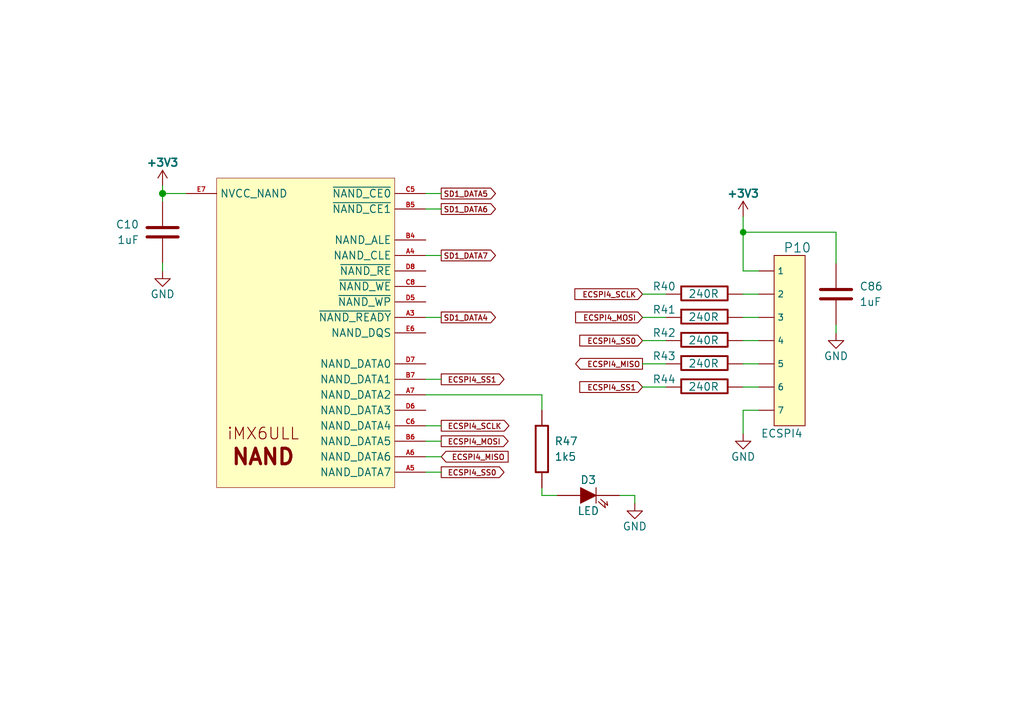
<source format=kicad_sch>
(kicad_sch (version 20210621) (generator eeschema)
  (paper "User" 167.996 118.415)
  (title_block (title "iMX6ULL Compute Module & Base Board") (date "2021-03-23") (rev "1.0") (company "AHSA Elektronik"))
  (lib_symbols
    (symbol "abdullah:+3.3V" (power) (pin_names (offset 0))
      (property "Value" "+3.3V" (at 0 3.81 0))
      (symbol "+3.3V_0_1"
        (polyline (pts (xy -0.762 1.27) (xy 0 2.54)))
        (polyline (pts (xy 0 0) (xy 0 2.54)))
        (polyline (pts (xy 0 2.54) (xy 0.762 1.27)))
      )
      (symbol "+3.3V_1_1"
        (pin power_in line (at 0 0 90) (length 0) hide (name "+3V3") (number "1"))
      )
    )
    (symbol "abdullah:C-vert" (pin_numbers hide) (pin_names (offset 0.254))
      (property "Reference" "C" (at 3.81 1.27 0))
      (property "Value" "C-vert" (at 3.81 -1.27 0))
      (symbol "C-vert_0_1"
        (polyline (pts (xy -2.54 -0.762) (xy 2.54 -0.762)) (stroke (width 0.508)))
        (polyline (pts (xy -2.54 0.762) (xy 2.54 0.762)) (stroke (width 0.508)))
      )
      (symbol "C-vert_1_1"
        (pin passive line (at 0 5.08 270) (length 4.318) (name "~") (number "1"))
        (pin passive line (at 0 -5.08 90) (length 4.318) (name "~") (number "2"))
      )
    )
    (symbol "abdullah:CONNECTOR-7" (pin_numbers hide)
      (property "Reference" "P" (at -1.27 15.24 0))
      (property "Value" "CONNECTOR-7" (at -3.81 1.27 90))
      (symbol "CONNECTOR-7_0_0"
        (pin bidirectional line (at 5.08 -3.81 180) (length 2.54) (name "5") (number "5"))
      )
      (symbol "CONNECTOR-7_0_1"
        (rectangle (start 2.54 13.97) (end -2.54 -13.97) (fill (type background)))
      )
      (symbol "CONNECTOR-7_1_1"
        (pin bidirectional line (at 5.08 11.43 180) (length 2.54) (name "1") (number "1"))
        (pin bidirectional line (at 5.08 7.62 180) (length 2.54) (name "2") (number "2"))
        (pin bidirectional line (at 5.08 3.81 180) (length 2.54) (name "3") (number "3"))
        (pin bidirectional line (at 5.08 0 180) (length 2.54) (name "4") (number "4"))
        (pin input line (at 5.08 -7.62 180) (length 2.54) (name "6") (number "6"))
        (pin input line (at 5.08 -11.43 180) (length 2.54) (name "7") (number "7"))
      )
    )
    (symbol "abdullah:GND" (power) (pin_names (offset 0))
      (property "Value" "GND" (at 0 -3.81 0))
      (symbol "GND_0_1"
        (polyline (pts (xy 0 0) (xy 0 -1.27) (xy 1.27 -1.27) (xy 0 -2.54) (xy -1.27 -1.27) (xy 0 -1.27)))
      )
      (symbol "GND_1_1"
        (pin power_in line (at 0 0 270) (length 0) hide (name "GND") (number "1"))
      )
    )
    (symbol "abdullah:LED" (pin_numbers hide) (pin_names hide)
      (property "Reference" "D" (at 0 2.54 0))
      (property "Value" "LED" (at 0 -2.54 0))
      (symbol "LED_0_1"
        (polyline (pts (xy -1.27 1.27) (xy -1.27 -1.27)) (stroke (width 0.1524)))
        (polyline (pts (xy 1.27 1.27) (xy 1.27 -1.27)))
        (polyline (pts (xy 1.651 -1.016) (xy 2.794 -2.032) (xy 2.667 -1.397)))
        (polyline (pts (xy 2.032 -0.635) (xy 3.175 -1.651) (xy 3.048 -1.016)))
        (polyline (pts (xy -1.27 1.27) (xy 1.27 0) (xy -1.27 -1.27)) (fill (type outline)))
      )
      (symbol "LED_1_1"
        (pin passive line (at -5.08 0 0) (length 3.81) (name "A") (number "1"))
        (pin passive line (at 5.08 0 180) (length 3.81) (name "K") (number "2"))
      )
    )
    (symbol "abdullah:R-hrz" (pin_numbers hide) (pin_names (offset 0))
      (property "Reference" "R" (at 0.254 2.54 0))
      (property "Value" "R-hrz" (at 0.127 -2.54 0))
      (symbol "R-hrz_0_1"
        (rectangle (start -3.81 -1.016) (end 3.81 1.27) (stroke (width 0.3048)))
      )
      (symbol "R-hrz_1_1"
        (pin passive line (at -6.35 0 0) (length 2.54) (name "~") (number "1"))
        (pin passive line (at 6.35 0 180) (length 2.54) (name "~") (number "2"))
      )
    )
    (symbol "abdullah:R-vert" (pin_numbers hide) (pin_names (offset 0))
      (property "Reference" "R" (at 2.032 1.27 0))
      (property "Value" "R-vert" (at 2.032 -1.27 0))
      (symbol "R-vert_0_1"
        (rectangle (start -1.016 3.81) (end 1.016 -3.81) (stroke (width 0.3048)))
      )
      (symbol "R-vert_1_1"
        (pin passive line (at 0 6.35 270) (length 2.54) (name "~") (number "1"))
        (pin passive line (at 0 -6.35 90) (length 2.54) (name "~") (number "2"))
      )
    )
    (symbol "abdullah:iMX6ULL_3"
      (symbol "iMX6ULL_3_1_1"
        (text "iMX6ULL" (at 0 -52.07 0) (effects (font (size 3.81 3.81))))
        (text "POWER" (at 0 -60.96 0) (effects (font (size 5.08 5.08) bold)))
        (rectangle (start -25.4 58.42) (end 26.67 -71.12) (stroke (width 0.0006)) (fill (type background)))
        (pin unspecified line (at -30.48 -12.7 0) (length 5.08) (name "VSS1") (number "A1"))
        (pin unspecified line (at -30.48 -15.24 0) (length 5.08) (name "VSS2") (number "A17"))
        (pin unspecified line (at -30.48 -22.86 0) (length 5.08) (name "VSS5") (number "C11"))
        (pin unspecified line (at -30.48 -25.4 0) (length 5.08) (name "VSS6") (number "C15"))
        (pin unspecified line (at -30.48 -17.78 0) (length 5.08) (name "VSS3") (number "C3"))
        (pin unspecified line (at -30.48 -20.32 0) (length 5.08) (name "VSS4") (number "C7"))
        (pin unspecified line (at -30.48 -30.48 0) (length 5.08) (name "VSS8") (number "E11"))
        (pin unspecified line (at -30.48 -27.94 0) (length 5.08) (name "VSS7") (number "E8"))
        (pin unspecified line (at -30.48 -43.18 0) (length 5.08) (name "VSS13") (number "F10"))
        (pin unspecified line (at -30.48 -45.72 0) (length 5.08) (name "VSS14") (number "F11"))
        (pin unspecified line (at -30.48 -48.26 0) (length 5.08) (name "VSS15") (number "F12"))
        (pin unspecified line (at -30.48 -33.02 0) (length 5.08) (name "VSS9") (number "F6"))
        (pin unspecified line (at -30.48 -35.56 0) (length 5.08) (name "VSS10") (number "F7"))
        (pin unspecified line (at -30.48 -38.1 0) (length 5.08) (name "VSS11") (number "F8"))
        (pin unspecified line (at -30.48 -40.64 0) (length 5.08) (name "VSS12") (number "F9"))
        (pin unspecified line (at 31.75 53.34 180) (length 5.08) (name "VDD_ARM_CAP_2") (number "G10"))
        (pin unspecified line (at 31.75 50.8 180) (length 5.08) (name "VDD_ARM_CAP_3") (number "G11"))
        (pin unspecified line (at -30.48 -58.42 0) (length 5.08) (name "VSS19") (number "G12"))
        (pin unspecified line (at -30.48 -60.96 0) (length 5.08) (name "VSS20") (number "G15"))
        (pin unspecified line (at -30.48 -50.8 0) (length 5.08) (name "VSS16") (number "G3"))
        (pin unspecified line (at -30.48 -53.34 0) (length 5.08) (name "VSS17") (number "G5"))
        (pin unspecified line (at -30.48 -55.88 0) (length 5.08) (name "VSS18") (number "G7"))
        (pin unspecified line (at 31.75 43.18 180) (length 5.08) (name "VDD_SOC_CAP1") (number "G8"))
        (pin unspecified line (at 31.75 55.88 180) (length 5.08) (name "VDD_ARM_CAP_1") (number "G9"))
        (pin unspecified line (at -30.48 40.64 0) (length 5.08) (name "VDD_SOC_IN2") (number "H10"))
        (pin unspecified line (at 31.75 48.26 180) (length 5.08) (name "VDD_ARM_CAP_4") (number "H11"))
        (pin unspecified line (at -30.48 -66.04 0) (length 5.08) (name "VSS22") (number "H12"))
        (pin unspecified line (at -30.48 -63.5 0) (length 5.08) (name "VSS21") (number "H7"))
        (pin unspecified line (at 31.75 40.64 180) (length 5.08) (name "VDD_SOC_CAP2") (number "H8"))
        (pin unspecified line (at -30.48 43.18 0) (length 5.08) (name "VDD_SOC_IN1") (number "H9"))
        (pin unspecified line (at -30.48 35.56 0) (length 5.08) (name "VDD_SOC_IN4") (number "J10"))
        (pin unspecified line (at 31.75 35.56 180) (length 5.08) (name "VDD_SOC_CAP4") (number "J11"))
        (pin unspecified line (at 31.75 -66.04 180) (length 5.08) (name "VSS25") (number "J12"))
        (pin unspecified line (at -30.48 -68.58 0) (length 5.08) (name "VSS23") (number "J5"))
        (pin unspecified line (at 31.75 -68.58 180) (length 5.08) (name "VSS24") (number "J7"))
        (pin unspecified line (at 31.75 38.1 180) (length 5.08) (name "VDD_SOC_CAP3") (number "J8"))
        (pin unspecified line (at -30.48 38.1 0) (length 5.08) (name "VDD_SOC_IN3") (number "J9"))
        (pin unspecified line (at -30.48 30.48 0) (length 5.08) (name "VDD_SOC_IN6") (number "K10"))
        (pin unspecified line (at 31.75 30.48 180) (length 5.08) (name "VDD_SOC_CAP6") (number "K11"))
        (pin unspecified line (at 31.75 -60.96 180) (length 5.08) (name "VSS27") (number "K12"))
        (pin unspecified line (at 31.75 -63.5 180) (length 5.08) (name "VSS26") (number "K7"))
        (pin unspecified line (at 31.75 33.02 180) (length 5.08) (name "VDD_SOC_CAP5") (number "K8"))
        (pin unspecified line (at -30.48 33.02 0) (length 5.08) (name "VDD_SOC_IN5") (number "K9"))
        (pin unspecified line (at 31.75 22.86 180) (length 5.08) (name "VDD_SOC_CAP9") (number "L10"))
        (pin unspecified line (at 31.75 20.32 180) (length 5.08) (name "VDD_SOC_CAP10") (number "L11"))
        (pin unspecified line (at 31.75 -53.34 180) (length 5.08) (name "VSS30") (number "L12"))
        (pin unspecified line (at 31.75 -58.42 180) (length 5.08) (name "VSS28") (number "L3"))
        (pin unspecified line (at 31.75 -55.88 180) (length 5.08) (name "VSS29") (number "L7"))
        (pin unspecified line (at 31.75 27.94 180) (length 5.08) (name "VDD_SOC_CAP7") (number "L8"))
        (pin unspecified line (at 31.75 25.4 180) (length 5.08) (name "VDD_SOC_CAP8") (number "L9"))
        (pin unspecified line (at 31.75 -43.18 180) (length 5.08) (name "VSS34") (number "M10"))
        (pin unspecified line (at 31.75 -40.64 180) (length 5.08) (name "VSS35") (number "M11"))
        (pin unspecified line (at -30.48 -10.16 0) (length 5.08) (name "NGND_KEL0") (number "M12"))
        (pin unspecified line (at 31.75 -50.8 180) (length 5.08) (name "VSS31") (number "M7"))
        (pin unspecified line (at 31.75 -48.26 180) (length 5.08) (name "VSS32") (number "M8"))
        (pin unspecified line (at 31.75 -45.72 180) (length 5.08) (name "VSS33") (number "M9"))
        (pin unspecified line (at 31.75 -1.27 180) (length 5.08) (name "VDD_SNVS_CAP") (number "N12"))
        (pin unspecified line (at -30.48 13.97 0) (length 5.08) (name "VDD_HIGH_IN") (number "N13"))
        (pin unspecified line (at 31.75 -38.1 180) (length 5.08) (name "VSS36") (number "N3"))
        (pin unspecified line (at 31.75 -35.56 180) (length 5.08) (name "VSS37") (number "N5"))
        (pin unspecified line (at -30.48 3.81 0) (length 5.08) (name "VDD_SNVS_IN") (number "P12"))
        (pin unspecified line (at 31.75 3.81 180) (length 5.08) (name "NVCC_PLL") (number "P13"))
        (pin unspecified line (at 31.75 -25.4 180) (length 5.08) (name "VSS41") (number "R11"))
        (pin unspecified line (at 31.75 13.97 180) (length 5.08) (name "VDD_HIGH_CAP1") (number "R14"))
        (pin unspecified line (at 31.75 11.43 180) (length 5.08) (name "VDD_HIGH_CAP2") (number "R15"))
        (pin unspecified line (at 31.75 -22.86 180) (length 5.08) (name "VSS42") (number "R16"))
        (pin unspecified line (at 31.75 -20.32 180) (length 5.08) (name "VSS43") (number "R17"))
        (pin unspecified line (at 31.75 -33.02 180) (length 5.08) (name "VSS38") (number "R3"))
        (pin unspecified line (at 31.75 -30.48 180) (length 5.08) (name "VSS39") (number "R5"))
        (pin unspecified line (at 31.75 -27.94 180) (length 5.08) (name "VSS40") (number "R7"))
        (pin unspecified line (at 31.75 -17.78 180) (length 5.08) (name "VSS44") (number "T14"))
        (pin unspecified line (at 31.75 -15.24 180) (length 5.08) (name "VSS45") (number "U1"))
        (pin unspecified line (at 31.75 -12.7 180) (length 5.08) (name "VSS46") (number "U14"))
        (pin unspecified line (at 31.75 -10.16 180) (length 5.08) (name "VSS47") (number "U17"))
      )
      (symbol "iMX6ULL_3_2_1"
        (text "DRAM" (at 1.27 33.02 0) (effects (font (size 5.08 5.08) bold)))
        (text "iMX6ULL" (at 1.27 41.91 0) (effects (font (size 3.81 3.81))))
        (rectangle (start -29.21 48.26) (end 30.48 -54.61) (stroke (width 0.0006)) (fill (type background)))
        (pin unspecified line (at 35.56 -17.78 180) (length 5.08) (name "DRAM_ODT1") (number "F1"))
        (pin unspecified line (at -34.29 10.16 0) (length 5.08) (name "DRAM_ADDR14") (number "G1"))
        (pin unspecified line (at -34.29 30.48 0) (length 5.08) (name "DRAM_ADDR6") (number "G2"))
        (pin unspecified line (at -34.29 -39.37 0) (length 5.08) (name "DRAM_RESET") (number "G4"))
        (pin unspecified line (at 35.56 -39.37 180) (length 5.08) (name "NVCC_DRAM1") (number "G6"))
        (pin unspecified line (at -34.29 -5.08 0) (length 5.08) (name "DRAM_SDBA1") (number "H1"))
        (pin unspecified line (at -34.29 43.18 0) (length 5.08) (name "DRAM_ADDR1") (number "H2"))
        (pin unspecified line (at -34.29 12.7 0) (length 5.08) (name "DRAM_ADDR13") (number "H3"))
        (pin unspecified line (at -34.29 27.94 0) (length 5.08) (name "DRAM_ADDR7") (number "H4"))
        (pin unspecified line (at -34.29 -16.51 0) (length 5.08) (name "~{DRAM_CS1}") (number "H5"))
        (pin unspecified line (at 35.56 -41.91 180) (length 5.08) (name "NVCC_DRAM2") (number "H6"))
        (pin unspecified line (at -34.29 -26.67 0) (length 5.08) (name "~{DRAM_SDWE}") (number "J1"))
        (pin unspecified line (at -34.29 -24.13 0) (length 5.08) (name "~{DRAM_CAS}") (number "J2"))
        (pin unspecified line (at 35.56 -27.94 180) (length 5.08) (name "DRAM_SDCKE1") (number "J3"))
        (pin unspecified line (at -34.29 25.4 0) (length 5.08) (name "DRAM_ADDR8") (number "J4"))
        (pin unspecified line (at 35.56 -44.45 180) (length 5.08) (name "NVCC_DRAM3") (number "J6"))
        (pin unspecified line (at -34.29 40.64 0) (length 5.08) (name "DRAM_ADDR2") (number "K1"))
        (pin unspecified line (at -34.29 -7.62 0) (length 5.08) (name "DRAM_SDBA2") (number "K2"))
        (pin unspecified line (at -34.29 17.78 0) (length 5.08) (name "DRAM_ADDR11") (number "K3"))
        (pin unspecified line (at -34.29 35.56 0) (length 5.08) (name "DRAM_ADDR4") (number "K4"))
        (pin unspecified line (at -34.29 7.62 0) (length 5.08) (name "DRAM_ADDR15") (number "K5"))
        (pin unspecified line (at 35.56 -46.99 180) (length 5.08) (name "NVCC_DRAM4") (number "K6"))
        (pin unspecified line (at -34.29 33.02 0) (length 5.08) (name "DRAM_ADDR5") (number "L1"))
        (pin unspecified line (at -34.29 22.86 0) (length 5.08) (name "DRAM_ADDR9") (number "L2"))
        (pin unspecified line (at -34.29 15.24 0) (length 5.08) (name "DRAM_ADDR12") (number "L4"))
        (pin unspecified line (at -34.29 45.72 0) (length 5.08) (name "DRAM_ADDR0") (number "L5"))
        (pin unspecified line (at 35.56 -49.53 180) (length 5.08) (name "NVCC_DRAM5") (number "L6"))
        (pin unspecified line (at -34.29 -2.54 0) (length 5.08) (name "DRAM_SDBA0") (number "M1"))
        (pin unspecified line (at -34.29 38.1 0) (length 5.08) (name "DRAM_ADDR3") (number "M2"))
        (pin unspecified line (at 35.56 -30.48 180) (length 5.08) (name "DRAM_SDCKE0") (number "M3"))
        (pin unspecified line (at -34.29 20.32 0) (length 5.08) (name "DRAM_ADDR10") (number "M4"))
        (pin unspecified line (at -34.29 -21.59 0) (length 5.08) (name "~{DRAM_RAS}") (number "M5"))
        (pin unspecified line (at 35.56 -52.07 180) (length 5.08) (name "NVCC_DRAM6") (number "M6"))
        (pin unspecified line (at 35.56 -20.32 180) (length 5.08) (name "DRAM_ODT0") (number "N1"))
        (pin unspecified line (at -34.29 -13.97 0) (length 5.08) (name "~{DRAM_CS0}") (number "N2"))
        (pin unspecified line (at -34.29 -44.45 0) (length 5.08) (name "DRAM_ZQPAD") (number "N4"))
        (pin unspecified line (at -34.29 -48.26 0) (length 5.08) (name "NVCC_DRAM_2P5") (number "N6"))
        (pin unspecified line (at -34.29 -31.75 0) (length 5.08) (name "DRAM_SDCLK0_P") (number "P1"))
        (pin unspecified line (at -34.29 -34.29 0) (length 5.08) (name "DRAM_SDCLK0_N") (number "P2"))
        (pin unspecified line (at 35.56 2.54 180) (length 5.08) (name "DRAM_DATA13") (number "P3"))
        (pin unspecified line (at -34.29 -52.07 0) (length 5.08) (name "DRAM_VREF") (number "P4"))
        (pin unspecified line (at 35.56 5.08 180) (length 5.08) (name "DRAM_DATA12") (number "P5"))
        (pin unspecified line (at 35.56 25.4 180) (length 5.08) (name "DRAM_SDQS0_P") (number "P6"))
        (pin unspecified line (at 35.56 22.86 180) (length 5.08) (name "DRAM_SDQS0_N") (number "P7"))
        (pin unspecified line (at 35.56 -2.54 180) (length 5.08) (name "DRAM_DATA15") (number "R1"))
        (pin unspecified line (at 35.56 0 180) (length 5.08) (name "DRAM_DATA14") (number "R2"))
        (pin unspecified line (at 35.56 7.62 180) (length 5.08) (name "DRAM_DATA11") (number "R4"))
        (pin unspecified line (at 35.56 -5.08 180) (length 5.08) (name "DRAM_SDQS1_P") (number "T1"))
        (pin unspecified line (at 35.56 -7.62 180) (length 5.08) (name "DRAM_SDQS1_N") (number "T2"))
        (pin unspecified line (at 35.56 -10.16 180) (length 5.08) (name "DRAM_DQM1") (number "T3"))
        (pin unspecified line (at 35.56 45.72 180) (length 5.08) (name "DRAM_DATA0") (number "T4"))
        (pin unspecified line (at 35.56 30.48 180) (length 5.08) (name "DRAM_DATA6") (number "T5"))
        (pin unspecified line (at 35.56 40.64 180) (length 5.08) (name "DRAM_DATA2") (number "T6"))
        (pin unspecified line (at 35.56 20.32 180) (length 5.08) (name "DRAM_DQM0") (number "T7"))
        (pin unspecified line (at 35.56 33.02 180) (length 5.08) (name "DRAM_DATA5") (number "T8"))
        (pin unspecified line (at 35.56 15.24 180) (length 5.08) (name "DRAM_DATA8") (number "U2"))
        (pin unspecified line (at 35.56 12.7 180) (length 5.08) (name "DRAM_DATA9") (number "U3"))
        (pin unspecified line (at 35.56 27.94 180) (length 5.08) (name "DRAM_DATA7") (number "U4"))
        (pin unspecified line (at 35.56 10.16 180) (length 5.08) (name "DRAM_DATA10") (number "U5"))
        (pin unspecified line (at 35.56 43.18 180) (length 5.08) (name "DRAM_DATA1") (number "U6"))
        (pin unspecified line (at 35.56 38.1 180) (length 5.08) (name "DRAM_DATA3") (number "U7"))
        (pin unspecified line (at 35.56 35.56 180) (length 5.08) (name "DRAM_DATA4") (number "U8"))
      )
      (symbol "iMX6ULL_3_3_1"
        (text "iMX6ULL" (at -6.35 -19.05 0) (effects (font (size 1.905 1.905))))
        (text "NAND" (at -6.35 -22.86 0) (effects (font (size 2.54 2.54) bold)))
        (rectangle (start -13.97 22.86) (end 15.24 -27.94) (stroke (width 0.0006)) (fill (type background)))
        (pin unspecified line (at 20.32 0 180) (length 5.08) (name "~{NAND_READY}") (number "A3"))
        (pin unspecified line (at 20.32 10.16 180) (length 5.08) (name "NAND_CLE") (number "A4"))
        (pin unspecified line (at 20.32 -25.4 180) (length 5.08) (name "NAND_DATA7") (number "A5"))
        (pin unspecified line (at 20.32 -22.86 180) (length 5.08) (name "NAND_DATA6") (number "A6"))
        (pin unspecified line (at 20.32 -12.7 180) (length 5.08) (name "NAND_DATA2") (number "A7"))
        (pin unspecified line (at 20.32 12.7 180) (length 5.08) (name "NAND_ALE") (number "B4"))
        (pin unspecified line (at 20.32 17.78 180) (length 5.08) (name "~{NAND_CE1}") (number "B5"))
        (pin unspecified line (at 20.32 -20.32 180) (length 5.08) (name "NAND_DATA5") (number "B6"))
        (pin unspecified line (at 20.32 -10.16 180) (length 5.08) (name "NAND_DATA1") (number "B7"))
        (pin unspecified line (at 20.32 20.32 180) (length 5.08) (name "~{NAND_CE0}") (number "C5"))
        (pin unspecified line (at 20.32 -17.78 180) (length 5.08) (name "NAND_DATA4") (number "C6"))
        (pin unspecified line (at 20.32 5.08 180) (length 5.08) (name "~{NAND_WE}") (number "C8"))
        (pin unspecified line (at 20.32 2.54 180) (length 5.08) (name "~{NAND_WP}") (number "D5"))
        (pin unspecified line (at 20.32 -15.24 180) (length 5.08) (name "NAND_DATA3") (number "D6"))
        (pin unspecified line (at 20.32 -7.62 180) (length 5.08) (name "NAND_DATA0") (number "D7"))
        (pin unspecified line (at 20.32 7.62 180) (length 5.08) (name "~{NAND_RE}") (number "D8"))
        (pin unspecified line (at 20.32 -2.54 180) (length 5.08) (name "NAND_DQS") (number "E6"))
        (pin unspecified line (at -19.05 20.32 0) (length 5.08) (name "NVCC_NAND") (number "E7"))
      )
      (symbol "iMX6ULL_3_4_1"
        (text "CSI" (at -6.35 -16.51 0) (effects (font (size 2.54 2.54) bold)))
        (text "iMX6ULL" (at -6.35 -12.7 0) (effects (font (size 1.651 1.651))))
        (rectangle (start -12.7 17.78) (end 11.43 -20.32) (stroke (width 0.0006)) (fill (type background)))
        (pin unspecified line (at 16.51 -17.78 180) (length 5.08) (name "CSI_DATA7") (number "D1"))
        (pin unspecified line (at 16.51 -15.24 180) (length 5.08) (name "CSI_DATA6") (number "D2"))
        (pin unspecified line (at 16.51 -12.7 180) (length 5.08) (name "CSI_DATA5") (number "D3"))
        (pin unspecified line (at 16.51 -10.16 180) (length 5.08) (name "CSI_DATA4") (number "D4"))
        (pin unspecified line (at 16.51 -7.62 180) (length 5.08) (name "CSI_DATA3") (number "E1"))
        (pin unspecified line (at 16.51 -5.08 180) (length 5.08) (name "CSI_DATA2") (number "E2"))
        (pin unspecified line (at 16.51 -2.54 180) (length 5.08) (name "CSI_DATA1") (number "E3"))
        (pin unspecified line (at 16.51 0 180) (length 5.08) (name "CSI_DATA0") (number "E4"))
        (pin unspecified line (at 16.51 12.7 180) (length 5.08) (name "CSI_PIXCLK") (number "E5"))
        (pin unspecified line (at 16.51 7.62 180) (length 5.08) (name "CSI_VSYNC") (number "F2"))
        (pin unspecified line (at 16.51 5.08 180) (length 5.08) (name "CSI_HSYNC") (number "F3"))
        (pin unspecified line (at -17.78 15.24 0) (length 5.08) (name "NVCC_CSI") (number "F4"))
        (pin unspecified line (at 16.51 15.24 180) (length 5.08) (name "CSI_MCLK") (number "F5"))
      )
      (symbol "iMX6ULL_3_5_1"
        (text "GPIO" (at -5.08 -10.16 0) (effects (font (size 2.54 2.54) bold)))
        (text "iMX6ULL" (at -5.08 -6.35 0) (effects (font (size 1.651 1.651))))
        (rectangle (start -13.97 12.7) (end 15.24 -15.24) (stroke (width 0.0006)) (fill (type background)))
        (pin unspecified line (at -19.05 10.16 0) (length 5.08) (name "NVCC_GPIO") (number "J13"))
        (pin unspecified line (at 20.32 10.16 180) (length 5.08) (name "GPIO1_IO0") (number "K13"))
        (pin unspecified line (at 20.32 -5.08 180) (length 5.08) (name "GPIO1_IO6") (number "K17"))
        (pin unspecified line (at 20.32 5.08 180) (length 5.08) (name "GPIO1_IO2") (number "L14"))
        (pin unspecified line (at 20.32 7.62 180) (length 5.08) (name "GPIO1_IO1") (number "L15"))
        (pin unspecified line (at 20.32 -7.62 180) (length 5.08) (name "GPIO1_IO7") (number "L16"))
        (pin unspecified line (at 20.32 2.54 180) (length 5.08) (name "GPIO1_IO3") (number "L17"))
        (pin unspecified line (at 20.32 -12.7 180) (length 5.08) (name "GPIO1_IO9") (number "M15"))
        (pin unspecified line (at 20.32 0 180) (length 5.08) (name "GPIO1_IO4") (number "M16"))
        (pin unspecified line (at 20.32 -2.54 180) (length 5.08) (name "GPIO1_IO5") (number "M17"))
        (pin unspecified line (at 20.32 -10.16 180) (length 5.08) (name "GPIO1_IO8") (number "N17"))
      )
      (symbol "iMX6ULL_3_6_1"
        (text "ETHERNET" (at -7.62 -21.59 0) (effects (font (size 2.54 2.54) bold)))
        (text "iMX6ULL" (at -7.62 -17.78 0) (effects (font (size 1.651 1.651))))
        (rectangle (start -19.05 20.32) (end 21.59 -25.4) (stroke (width 0.0006)) (fill (type background)))
        (pin unspecified line (at 26.67 -5.08 180) (length 5.08) (name "ENET2_TX_DATA0") (number "A15"))
        (pin unspecified line (at 26.67 -7.62 180) (length 5.08) (name "ENET2_TX_DATA1") (number "A16"))
        (pin unspecified line (at 26.67 -10.16 180) (length 5.08) (name "ENET2_TX_EN") (number "B15"))
        (pin unspecified line (at 26.67 -22.86 180) (length 5.08) (name "ENET2_RX_EN") (number "B17"))
        (pin unspecified line (at 26.67 -17.78 180) (length 5.08) (name "ENET2_RX_DATA1") (number "C16"))
        (pin unspecified line (at 26.67 -15.24 180) (length 5.08) (name "ENET2_RX_DATA0") (number "C17"))
        (pin unspecified line (at 26.67 2.54 180) (length 5.08) (name "ENET1_RX_ER") (number "D15"))
        (pin unspecified line (at 26.67 -20.32 180) (length 5.08) (name "ENET2_RX_ER") (number "D16"))
        (pin unspecified line (at 26.67 -12.7 180) (length 5.08) (name "ENET2_TX_CLK") (number "D17"))
        (pin unspecified line (at 26.67 15.24 180) (length 5.08) (name "ENET1_TX_DATA1") (number "E14"))
        (pin unspecified line (at 26.67 17.78 180) (length 5.08) (name "ENET1_TX_DATA0") (number "E15"))
        (pin unspecified line (at 26.67 0 180) (length 5.08) (name "ENET1_RX_EN") (number "E16"))
        (pin unspecified line (at 26.67 5.08 180) (length 5.08) (name "ENET1_RX_DATA1") (number "E17"))
        (pin unspecified line (at -24.13 17.78 0) (length 5.08) (name "NVCC_ENET") (number "F13"))
        (pin unspecified line (at 26.67 10.16 180) (length 5.08) (name "ENET1_TX_CLK") (number "F14"))
        (pin unspecified line (at 26.67 12.7 180) (length 5.08) (name "ENET1_TX_EN") (number "F15"))
        (pin unspecified line (at 26.67 7.62 180) (length 5.08) (name "ENET1_RX_DATA0") (number "F16"))
      )
      (symbol "iMX6ULL_3_7_1"
        (text "iMX6ULL" (at -3.81 -66.04 0) (effects (font (size 1.905 1.905))))
        (text "LCD" (at -3.81 -71.12 0) (effects (font (size 3.81 3.81) bold)))
        (rectangle (start 22.86 2.54) (end -12.7 -76.2) (stroke (width 0.0006)) (fill (type background)))
        (pin unspecified line (at 27.94 -30.48 180) (length 5.08) (name "LCD_DATA6") (number "A10"))
        (pin unspecified line (at 27.94 -38.1 180) (length 5.08) (name "LCD_DATA9") (number "A11"))
        (pin unspecified line (at 27.94 -50.8 180) (length 5.08) (name "LCD_DATA14") (number "A12"))
        (pin unspecified line (at 27.94 -60.96 180) (length 5.08) (name "LCD_DATA18") (number "A13"))
        (pin unspecified line (at 27.94 -71.12 180) (length 5.08) (name "LCD_DATA22") (number "A14"))
        (pin unspecified line (at 27.94 0 180) (length 5.08) (name "LCD_CLK") (number "A8"))
        (pin unspecified line (at 27.94 -17.78 180) (length 5.08) (name "LCD_DATA1") (number "A9"))
        (pin unspecified line (at 27.94 -27.94 180) (length 5.08) (name "LCD_DATA5") (number "B10"))
        (pin unspecified line (at 27.94 -35.56 180) (length 5.08) (name "LCD_DATA8") (number "B11"))
        (pin unspecified line (at 27.94 -48.26 180) (length 5.08) (name "LCD_DATA13") (number "B12"))
        (pin unspecified line (at 27.94 -58.42 180) (length 5.08) (name "LCD_DATA17") (number "B13"))
        (pin unspecified line (at 27.94 -68.58 180) (length 5.08) (name "LCD_DATA21") (number "B14"))
        (pin unspecified line (at 27.94 -73.66 180) (length 5.08) (name "LCD_DATA23") (number "B16"))
        (pin unspecified line (at 27.94 -3.81 180) (length 5.08) (name "LCD_ENABLE") (number "B8"))
        (pin unspecified line (at 27.94 -15.24 180) (length 5.08) (name "LCD_DATA0") (number "B9"))
        (pin unspecified line (at 27.94 -25.4 180) (length 5.08) (name "LCD_DATA4") (number "C10"))
        (pin unspecified line (at 27.94 -45.72 180) (length 5.08) (name "LCD_DATA12") (number "C12"))
        (pin unspecified line (at 27.94 -55.88 180) (length 5.08) (name "LCD_DATA16") (number "C13"))
        (pin unspecified line (at 27.94 -66.04 180) (length 5.08) (name "LCD_DATA20") (number "C14"))
        (pin unspecified line (at 27.94 -8.89 180) (length 5.08) (name "LCD_VSYNC") (number "C9"))
        (pin unspecified line (at 27.94 -22.86 180) (length 5.08) (name "LCD_DATA3") (number "D10"))
        (pin unspecified line (at 27.94 -33.02 180) (length 5.08) (name "LCD_DATA7") (number "D11"))
        (pin unspecified line (at 27.94 -43.18 180) (length 5.08) (name "LCD_DATA11") (number "D12"))
        (pin unspecified line (at 27.94 -53.34 180) (length 5.08) (name "LCD_DATA15") (number "D13"))
        (pin unspecified line (at 27.94 -63.5 180) (length 5.08) (name "LCD_DATA19") (number "D14"))
        (pin unspecified line (at 27.94 -6.35 180) (length 5.08) (name "LCD_HSYNC") (number "D9"))
        (pin unspecified line (at 27.94 -20.32 180) (length 5.08) (name "LCD_DATA2") (number "E10"))
        (pin unspecified line (at 27.94 -40.64 180) (length 5.08) (name "LCD_DATA10") (number "E12"))
        (pin unspecified line (at -17.78 0 0) (length 5.08) (name "NVCC_LCD") (number "E13"))
        (pin unspecified line (at 27.94 -11.43 180) (length 5.08) (name "LCD_RESET") (number "E9"))
      )
      (symbol "iMX6ULL_3_8_1"
        (text "iMX6ULL" (at -13.97 -5.08 0) (effects (font (size 1.016 1.016) bold)))
        (text "USB" (at -13.97 -7.62 0) (effects (font (size 1.905 1.905) bold)))
        (rectangle (start -19.05 12.7) (end 19.05 -10.16) (stroke (width 0.0006)) (fill (type background)))
        (pin unspecified line (at 24.13 0 180) (length 5.08) (name "VDD_USB_CAP") (number "R12"))
        (pin unspecified line (at -24.13 10.16 0) (length 5.08) (name "USB_OTG1_VBUS") (number "T12"))
        (pin unspecified line (at 24.13 -5.08 180) (length 5.08) (name "USB_OTG2_DN") (number "T13"))
        (pin unspecified line (at 24.13 10.16 180) (length 5.08) (name "USB_OTG1_DN") (number "T15"))
        (pin unspecified line (at -24.13 0 0) (length 5.08) (name "USB_OTG2_VBUS") (number "U12"))
        (pin unspecified line (at 24.13 -7.62 180) (length 5.08) (name "USB_OTG2_DP") (number "U13"))
        (pin unspecified line (at 24.13 7.62 180) (length 5.08) (name "USB_OTG1_DP") (number "U15"))
        (pin unspecified line (at 24.13 5.08 180) (length 5.08) (name "~{USB_OTG1_CHD}") (number "U16"))
      )
      (symbol "iMX6ULL_3_9_1"
        (text "iMX6ULL" (at -7.62 -2.54 0) (effects (font (size 1.651 1.651))))
        (text "SD1" (at -7.62 -6.35 0) (effects (font (size 2.54 2.54) bold)))
        (rectangle (start -13.97 8.89) (end 13.97 -10.16) (stroke (width 0.0006)) (fill (type background)))
        (pin unspecified line (at 19.05 -7.62 180) (length 5.08) (name "SD1_DATA3") (number "A2"))
        (pin unspecified line (at 19.05 -5.08 180) (length 5.08) (name "SD1_DATA2") (number "B1"))
        (pin unspecified line (at 19.05 -2.54 180) (length 5.08) (name "SD1_DATA1") (number "B2"))
        (pin unspecified line (at 19.05 0 180) (length 5.08) (name "SD1_DATA0") (number "B3"))
        (pin unspecified line (at 19.05 6.35 180) (length 5.08) (name "SD1_CLK") (number "C1"))
        (pin unspecified line (at 19.05 3.81 180) (length 5.08) (name "SD1_CMD") (number "C2"))
        (pin unspecified line (at -19.05 6.35 0) (length 5.08) (name "NVCC_SD1") (number "C4"))
      )
      (symbol "iMX6ULL_3_10_1"
        (text "ADC" (at -19.05 -10.16 0) (effects (font (size 1.905 1.905) bold)))
        (text "iMX6ULL" (at -19.05 -7.62 0) (effects (font (size 1.016 1.016) bold)))
        (rectangle (start 0 2.54) (end -22.86 -12.7) (stroke (width 0.0006)) (fill (type background)))
        (pin unspecified line (at 5.08 0 180) (length 5.08) (name "VDDA_ADC_3P3") (number "L13"))
        (pin unspecified line (at 5.08 -6.35 180) (length 5.08) (name "ADC_VREFH") (number "M13"))
      )
      (symbol "iMX6ULL_3_11_1"
        (text "NVCC_GPIO" (at 5.08 35.56 900) (effects (font (size 1.27 1.27))))
        (text "NVCC_PLL" (at -5.08 -11.43 900) (effects (font (size 1.27 1.27))))
        (text "NVCC_UART" (at 5.08 -13.97 900) (effects (font (size 1.27 1.27))))
        (text "VDD_SNVS_CAP" (at -5.08 -25.4 900) (effects (font (size 1.27 1.27))))
        (text "VDD_SNVS_IN" (at -5.08 22.86 900) (effects (font (size 1.27 1.27))))
        (text "VDDHIGH_CAP" (at 5.08 20.32 900) (effects (font (size 1.27 1.27))))
        (text "VDDHIGH_IN" (at -5.08 -40.64 900) (effects (font (size 1.27 1.27))))
        (rectangle (start -27.94 46.99) (end 24.13 -48.26) (stroke (width 0.0006)) (fill (type background)))
        (polyline (pts (xy -22.86 -36.83) (xy -6.35 -36.83) (xy -6.35 -41.91) (xy -22.86 -41.91)) (stroke (width 0.0006)))
        (polyline (pts (xy -22.86 -21.59) (xy -6.35 -21.59) (xy -6.35 -29.21) (xy -22.86 -29.21)) (stroke (width 0.0006)))
        (polyline (pts (xy -22.86 -7.62) (xy -6.35 -7.62) (xy -6.35 -15.24) (xy -22.86 -15.24)) (stroke (width 0.0006)))
        (polyline (pts (xy -16.51 44.45) (xy -6.35 44.45) (xy -6.35 -5.08) (xy -16.51 -5.08)) (stroke (width 0.0006)))
        (polyline (pts (xy 15.24 -40.64) (xy 6.35 -40.64) (xy 6.35 11.43) (xy 15.24 11.43)) (stroke (width 0.0006)))
        (polyline (pts (xy 15.24 24.13) (xy 6.35 24.13) (xy 6.35 16.51) (xy 15.24 16.51)) (stroke (width 0.0006)))
        (polyline (pts (xy 15.24 44.45) (xy 6.35 44.45) (xy 6.35 26.67) (xy 15.24 26.67)) (stroke (width 0.0006)))
        (pin input line (at 29.21 -35.56 180) (length 5.08) (name "UART5_TX_DATA") (number "F17"))
        (pin input line (at 29.21 -38.1 180) (length 5.08) (name "UART5_RX_DATA") (number "G13"))
        (pin input line (at 29.21 -22.86 180) (length 5.08) (name "~{UART3_RTS}") (number "G14"))
        (pin input line (at 29.21 -31.75 180) (length 5.08) (name "UART4_RX_DATA") (number "G16"))
        (pin input line (at 29.21 -29.21 180) (length 5.08) (name "UART4_TX_DATA") (number "G17"))
        (pin input line (at 29.21 8.89 180) (length 5.08) (name "NVCC_UART") (number "H13"))
        (pin input line (at 29.21 -11.43 180) (length 5.08) (name "~{UART2_RTS}") (number "H14"))
        (pin input line (at 29.21 -25.4 180) (length 5.08) (name "~{UART3_CTS}") (number "H15"))
        (pin input line (at 29.21 -20.32 180) (length 5.08) (name "UART3_RX_DATA") (number "H16"))
        (pin input line (at 29.21 -17.78 180) (length 5.08) (name "UART3_TX_DATA") (number "H17"))
        (pin input line (at 29.21 0 180) (length 5.08) (name "~{UART1_RTS}") (number "J14"))
        (pin input line (at 29.21 -13.97 180) (length 5.08) (name "~{UART2_CTS}") (number "J15"))
        (pin input line (at 29.21 -8.89 180) (length 5.08) (name "UART2_RX_DATA") (number "J16"))
        (pin input line (at 29.21 -6.35 180) (length 5.08) (name "UART2_TX_DATA") (number "J17"))
        (pin input line (at 29.21 5.08 180) (length 5.08) (name "UART1_TX_DATA") (number "K14"))
        (pin input line (at 29.21 -2.54 180) (length 5.08) (name "~{UART1_CTS}") (number "K15"))
        (pin input line (at 29.21 2.54 180) (length 5.08) (name "UART1_RX_DATA") (number "K16"))
        (pin input line (at 29.21 41.91 180) (length 5.08) (name "JTAG_TCK") (number "M14"))
        (pin input line (at -33.02 8.89 0) (length 5.08) (name "SNVS_TAMPER7") (number "N10"))
        (pin input line (at -33.02 11.43 0) (length 5.08) (name "SNVS_TAMPER6") (number "N11"))
        (pin input line (at 29.21 31.75 180) (length 5.08) (name "~{JTAG_TRST}") (number "N14"))
        (pin input line (at 29.21 34.29 180) (length 5.08) (name "JTAG_TDO") (number "N15"))
        (pin input line (at 29.21 36.83 180) (length 5.08) (name "JTAG_TDI") (number "N16"))
        (pin input line (at -33.02 30.48 0) (length 5.08) (name "TEST_MODE") (number "N7"))
        (pin input line (at -33.02 13.97 0) (length 5.08) (name "SNVS_TAMPER5") (number "N8"))
        (pin input line (at -33.02 6.35 0) (length 5.08) (name "SNVS_TAMPER8") (number "N9"))
        (pin input line (at -33.02 19.05 0) (length 5.08) (name "SNVS_TAMPER3") (number "P10"))
        (pin input line (at -33.02 21.59 0) (length 5.08) (name "SNVS_TAMPER2") (number "P11"))
        (pin input line (at 29.21 39.37 180) (length 5.08) (name "JTAG_TMS") (number "P14"))
        (pin input line (at 29.21 29.21 180) (length 5.08) (name "JTAG_MOD") (number "P15"))
        (pin input line (at 29.21 21.59 180) (length 5.08) (name "CCM_CLK1_N") (number "P16"))
        (pin input line (at 29.21 19.05 180) (length 5.08) (name "CCM_CLK1_P") (number "P17"))
        (pin input line (at -33.02 39.37 0) (length 5.08) (name "~{POR}") (number "P8"))
        (pin input line (at -33.02 16.51 0) (length 5.08) (name "SNVS_TAMPER4") (number "P9"))
        (pin input line (at -33.02 26.67 0) (length 5.08) (name "SNVS_TAMPER0") (number "R10"))
        (pin input line (at -33.02 -39.37 0) (length 5.08) (name "GPANAIO") (number "R13"))
        (pin input line (at -33.02 3.81 0) (length 5.08) (name "SNVS_TAMPER9") (number "R6"))
        (pin input line (at -33.02 41.91 0) (length 5.08) (name "ONOFF") (number "R8"))
        (pin input line (at -33.02 24.13 0) (length 5.08) (name "SNVS_TAMPER1") (number "R9"))
        (pin input line (at -33.02 35.56 0) (length 5.08) (name "BOOT_MODE0") (number "T10"))
        (pin input line (at -33.02 -24.13 0) (length 5.08) (name "RTC_XTALI") (number "T11"))
        (pin input line (at -33.02 -10.16 0) (length 5.08) (name "XTALI") (number "T16"))
        (pin input line (at -33.02 -12.7 0) (length 5.08) (name "XTALO") (number "T17"))
        (pin input line (at -33.02 -2.54 0) (length 5.08) (name "SNVS_PMIC_ON_REQ") (number "T9"))
        (pin input line (at -33.02 33.02 0) (length 5.08) (name "BOOT_MODE1") (number "U10"))
        (pin input line (at -33.02 -26.67 0) (length 5.08) (name "RTC_XTALO") (number "U11"))
        (pin input line (at -33.02 0 0) (length 5.08) (name "CCM_PMIC_STBY_REQ") (number "U9"))
      )
    )
  )
  (junction (at 26.67 31.75) (diameter 1.016))
  (junction (at 121.92 38.1) (diameter 0.9144))
  (wire (pts (xy 26.67 30.48) (xy 26.67 31.75)))
  (wire (pts (xy 26.67 31.75) (xy 30.48 31.75)))
  (wire (pts (xy 26.67 33.02) (xy 26.67 31.75)))
  (wire (pts (xy 26.67 44.45) (xy 26.67 43.18)))
  (wire (pts (xy 69.85 31.75) (xy 72.39 31.75)))
  (wire (pts (xy 69.85 34.29) (xy 72.39 34.29)))
  (wire (pts (xy 69.85 41.91) (xy 72.39 41.91)))
  (wire (pts (xy 69.85 52.07) (xy 72.39 52.07)))
  (wire (pts (xy 69.85 62.23) (xy 72.39 62.23)))
  (wire (pts (xy 69.85 64.77) (xy 88.9 64.77)))
  (wire (pts (xy 69.85 69.85) (xy 72.39 69.85)))
  (wire (pts (xy 69.85 72.39) (xy 72.39 72.39)))
  (wire (pts (xy 69.85 74.93) (xy 72.39 74.93)))
  (wire (pts (xy 69.85 77.47) (xy 72.39 77.47)))
  (wire (pts (xy 88.9 64.77) (xy 88.9 67.31)))
  (wire (pts (xy 88.9 81.28) (xy 88.9 80.01)))
  (wire (pts (xy 91.44 81.28) (xy 88.9 81.28)))
  (wire (pts (xy 104.14 81.28) (xy 101.6 81.28)))
  (wire (pts (xy 104.14 82.55) (xy 104.14 81.28)))
  (wire (pts (xy 105.41 48.26) (xy 109.22 48.26)))
  (wire (pts (xy 105.41 52.07) (xy 109.22 52.07)))
  (wire (pts (xy 105.41 55.88) (xy 109.22 55.88)))
  (wire (pts (xy 105.41 59.69) (xy 109.22 59.69)))
  (wire (pts (xy 105.41 63.5) (xy 109.22 63.5)))
  (wire (pts (xy 121.92 35.56) (xy 121.92 38.1)))
  (wire (pts (xy 121.92 38.1) (xy 121.92 44.45)))
  (wire (pts (xy 121.92 38.1) (xy 137.16 38.1)))
  (wire (pts (xy 121.92 44.45) (xy 124.46 44.45)))
  (wire (pts (xy 121.92 48.26) (xy 124.46 48.26)))
  (wire (pts (xy 121.92 52.07) (xy 124.46 52.07)))
  (wire (pts (xy 121.92 55.88) (xy 124.46 55.88)))
  (wire (pts (xy 121.92 59.69) (xy 124.46 59.69)))
  (wire (pts (xy 121.92 63.5) (xy 124.46 63.5)))
  (wire (pts (xy 121.92 67.31) (xy 124.46 67.31)))
  (wire (pts (xy 121.92 71.12) (xy 121.92 67.31)))
  (wire (pts (xy 137.16 38.1) (xy 137.16 43.18)))
  (wire (pts (xy 137.16 53.34) (xy 137.16 54.61)))
  (global_label "SD1_DATA5" (shape output) (at 72.39 31.75 0) (effects (font (size 0.889 0.889))) (property "Intersheet References" "${INTERSHEET_REFS}" (effects hide)))
  (global_label "SD1_DATA6" (shape output) (at 72.39 34.29 0) (effects (font (size 0.889 0.889))) (property "Intersheet References" "${INTERSHEET_REFS}" (effects hide)))
  (global_label "SD1_DATA7" (shape output) (at 72.39 41.91 0) (effects (font (size 0.889 0.889))) (property "Intersheet References" "${INTERSHEET_REFS}" (effects hide)))
  (global_label "SD1_DATA4" (shape output) (at 72.39 52.07 0) (effects (font (size 0.889 0.889))) (property "Intersheet References" "${INTERSHEET_REFS}" (effects hide)))
  (global_label " ECSPI4_SS1" (shape output) (at 72.39 62.23 0) (effects (font (size 0.889 0.889))) (property "Intersheet References" "${INTERSHEET_REFS}" (effects hide)))
  (global_label " ECSPI4_SCLK" (shape output) (at 72.39 69.85 0) (effects (font (size 0.889 0.889))) (property "Intersheet References" "${INTERSHEET_REFS}" (effects hide)))
  (global_label " ECSPI4_MOSI" (shape output) (at 72.39 72.39 0) (effects (font (size 0.889 0.889))) (property "Intersheet References" "${INTERSHEET_REFS}" (effects hide)))
  (global_label " ECSPI4_MISO" (shape input) (at 72.39 74.93 0) (effects (font (size 0.889 0.889))) (property "Intersheet References" "${INTERSHEET_REFS}" (effects hide)))
  (global_label " ECSPI4_SS0" (shape output) (at 72.39 77.47 0) (effects (font (size 0.889 0.889))) (property "Intersheet References" "${INTERSHEET_REFS}" (effects hide)))
  (global_label " ECSPI4_SCLK" (shape input) (at 105.41 48.26 180) (effects (font (size 0.889 0.889))) (property "Intersheet References" "${INTERSHEET_REFS}" (effects hide)))
  (global_label " ECSPI4_MOSI" (shape input) (at 105.41 52.07 180) (effects (font (size 0.889 0.889))) (property "Intersheet References" "${INTERSHEET_REFS}" (effects hide)))
  (global_label " ECSPI4_SS0" (shape input) (at 105.41 55.88 180) (effects (font (size 0.889 0.889))) (property "Intersheet References" "${INTERSHEET_REFS}" (effects hide)))
  (global_label " ECSPI4_MISO" (shape output) (at 105.41 59.69 180) (effects (font (size 0.889 0.889))) (property "Intersheet References" "${INTERSHEET_REFS}" (effects hide)))
  (global_label " ECSPI4_SS1" (shape input) (at 105.41 63.5 180) (effects (font (size 0.889 0.889))) (property "Intersheet References" "${INTERSHEET_REFS}" (effects hide)))
  (symbol (lib_id "abdullah:+3.3V") (at 26.67 30.48 0) (unit 1)
    (property "Reference" "#PWR024" (effects hide))
    (property "Value" "+3.3V" (at 26.67 26.67 0) (effects (font bold)))
  )
  (symbol (lib_id "abdullah:+3.3V") (at 121.92 35.56 0) (unit 1)
    (property "Reference" "#PWR0159" (effects hide))
    (property "Value" "+3.3V" (at 121.92 31.75 0) (effects (font bold)))
  )
  (symbol (lib_id "abdullah:GND") (at 26.67 44.45 0) (unit 1)
    (property "Reference" "#PWR025" (effects hide))
    (property "Value" "GND" (at 26.67 48.26 0))
  )
  (symbol (lib_id "abdullah:GND") (at 104.14 82.55 0) (unit 1)
    (property "Reference" "#PWR0162" (effects hide))
    (property "Value" "GND" (at 104.14 86.36 0))
  )
  (symbol (lib_id "abdullah:GND") (at 121.92 71.12 0) (unit 1)
    (property "Reference" "#PWR0160" (effects hide))
    (property "Value" "GND" (at 121.92 74.93 0))
  )
  (symbol (lib_id "abdullah:GND") (at 137.16 54.61 0) (unit 1)
    (property "Reference" "#PWR0161" (effects hide))
    (property "Value" "GND" (at 137.16 58.42 0))
  )
  (symbol (lib_id "abdullah:R-vert") (at 88.9 73.66 0) (unit 1)
    (property "Reference" "R47" (at 90.932 72.39 0) (effects (justify left)))
    (property "Value" "1k5" (at 90.932 74.93 0) (effects (justify left)))
    (property "Footprint" "new-abdullah:IPC-SMD-R-0603" (effects hide))
    (property "Wattage" "W" (effects hide))
    (property "Details" "Resistor SMD 1k5 0603 1%" (effects hide))
  )
  (symbol (lib_id "abdullah:R-hrz") (at 115.57 48.26 0) (mirror y) (unit 1)
    (property "Reference" "R40" (at 108.966 46.99 0))
    (property "Value" "240R" (at 115.443 48.2092 0))
    (property "Footprint" "new-abdullah:IPC-SMD-R-0402" (effects hide))
    (property "Details" "Resistor SMD 240R 0402 1%" (effects hide))
  )
  (symbol (lib_id "abdullah:R-hrz") (at 115.57 52.07 0) (mirror y) (unit 1)
    (property "Reference" "R41" (at 108.966 50.8 0))
    (property "Value" "240R" (at 115.443 52.0192 0))
    (property "Footprint" "new-abdullah:IPC-SMD-R-0402" (effects hide))
    (property "Details" "Resistor SMD 240R 0402 1%" (effects hide))
  )
  (symbol (lib_id "abdullah:R-hrz") (at 115.57 55.88 0) (mirror y) (unit 1)
    (property "Reference" "R42" (at 108.966 54.61 0))
    (property "Value" "240R" (at 115.443 55.8292 0))
    (property "Footprint" "new-abdullah:IPC-SMD-R-0402" (effects hide))
    (property "Details" "Resistor SMD 240R 0402 1%" (effects hide))
  )
  (symbol (lib_id "abdullah:R-hrz") (at 115.57 59.69 0) (mirror y) (unit 1)
    (property "Reference" "R43" (at 108.966 58.42 0))
    (property "Value" "240R" (at 115.443 59.6392 0))
    (property "Footprint" "new-abdullah:IPC-SMD-R-0402" (effects hide))
    (property "Details" "Resistor SMD 240R 0402 1%" (effects hide))
  )
  (symbol (lib_id "abdullah:R-hrz") (at 115.57 63.5 0) (mirror y) (unit 1)
    (property "Reference" "R44" (at 108.966 62.23 0))
    (property "Value" "240R" (at 115.443 63.4492 0))
    (property "Footprint" "new-abdullah:IPC-SMD-R-0402" (effects hide))
    (property "Details" "Resistor SMD 240R 0402 1%" (effects hide))
  )
  (symbol (lib_id "abdullah:LED") (at 96.52 81.28 0) (unit 1)
    (property "Reference" "D3" (at 96.52 78.74 0))
    (property "Value" "LED" (at 96.52 83.82 0))
    (property "Footprint" "new-abdullah:IPC-SMD-LED-0805" (effects hide))
    (property "Details" "LED Green 0805" (effects hide))
  )
  (symbol (lib_id "abdullah:C-vert") (at 26.67 38.1 0) (mirror y) (unit 1)
    (property "Reference" "C10" (at 22.86 36.83 0) (effects (justify left)))
    (property "Value" "1uF" (at 22.86 39.37 0) (effects (justify left)))
    (property "Footprint" "new-abdullah:IPC-SMD-C-0402" (effects hide))
    (property "Voltage" "10V" (effects hide))
    (property "Details" "Capacitor Ceramic Chip SMD 1uF 10V 0402 10%" (effects hide))
  )
  (symbol (lib_id "abdullah:C-vert") (at 137.16 48.26 0) (unit 1)
    (property "Reference" "C86" (at 140.97 46.99 0) (effects (justify left)))
    (property "Value" "1uF" (at 140.97 49.53 0) (effects (justify left)))
    (property "Footprint" "new-abdullah:IPC-SMD-C-0402" (effects hide))
    (property "Voltage" "10V" (effects hide))
    (property "Details" "Capacitor Ceramic Chip SMD 1uF 10V 0402 10%" (effects hide))
  )
  (symbol (lib_id "abdullah:CONNECTOR-7") (at 129.54 55.88 0) (mirror y) (unit 1)
    (property "Reference" "P10" (at 130.81 40.64 0) (effects (font (size 1.524 1.524))))
    (property "Value" "ECSPI4" (at 128.27 71.12 0))
    (property "Footprint" "new-abdullah:Connector-Male-Breakaway-7pins" (effects hide))
  )
  (symbol (lib_name "abdullah:iMX6ULL_3") (lib_id "abdullah:iMX6ULL") (at 49.53 52.07 0) (unit 3)
    (property "Reference" "U1" (effects hide))
    (property "Value" "iMX6ULL" (effects hide))
    (property "Footprint" "new-abdullah:BGA289C80P17X17_1400X1400X132N" (effects hide))
  )
)
</source>
